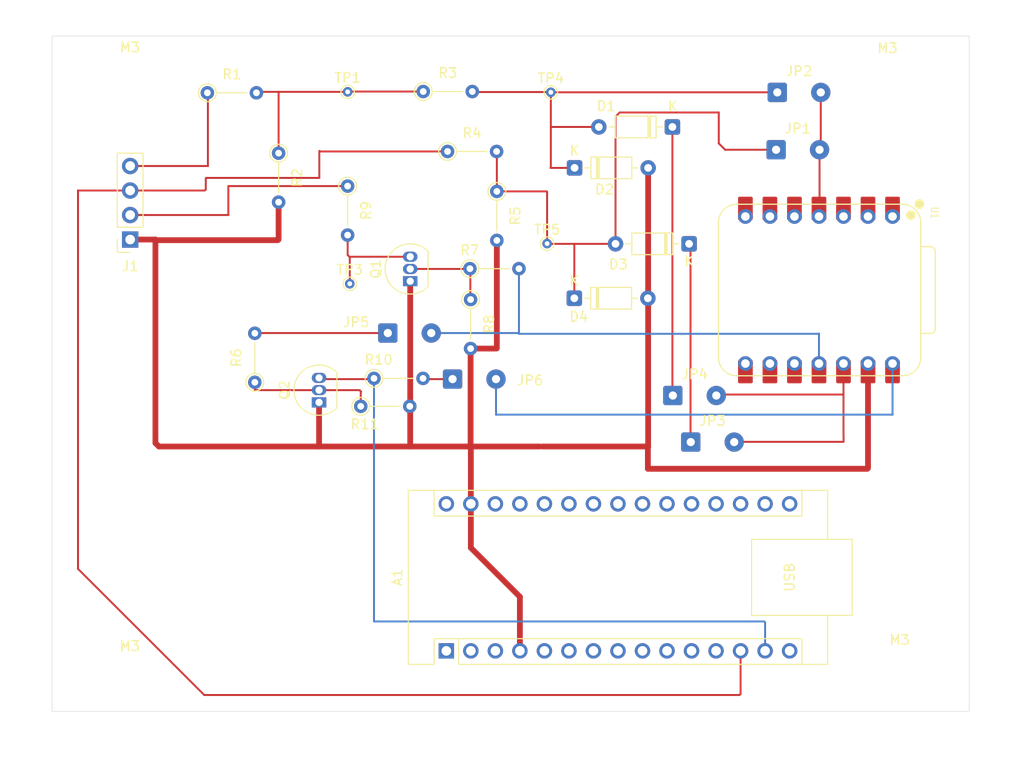
<source format=kicad_pcb>
(kicad_pcb (version 20241229) (generator "pcbnew") (generator_version "9.0")
  (layers (0 "F.Cu" signal) (2 "B.Cu" signal) (13 "F.Paste" user) (15 "B.Paste" user) (5 "F.SilkS" user "F.Silkscreen") (7 "B.SilkS" user "B.Silkscreen") (1 "F.Mask" user) (3 "B.Mask" user) (25 "Edge.Cuts" user))
  (net 0 "")
  (net 1 "Net-(D1-K)")
  (net 3 "/SEND_BUS_TO_Aruduino_nano")
  (net 5 "/SIG_FOR_CN1_1")
  (net 7 "/SIG_FOR_Arduino_nano")
  (net 10 "Net-(D3-A)")
  (net 11 "GND")
  (net 15 "/MOS_DRAIN")
  (net 16 "/MOS_GATE")
  (net 21 "Net-(D3-K)")
  (net 30 "/SEND_BUS_OUT_FOR_CN2_2")
  (net 53 "/SIG_DIV")
  (net 54 "/MCU_TX_TRIG")
  (net 56 "Net-(Q2-G)")
  (net 57 "Net-(JP6-A)")
  (net 58 "Net-(JP6-B)")
  (net 59 "Net-(JP5-A)")
  (net 61 "Net-(JP3-B)")
  (net 62 "/MCU_RX")
  (net 63 "/MUC_RX")
  (footprint "Diode_THT:D_DO-35_SOD27_P7.62mm_Horizontal" (layer "F.Cu") (at 84.1248 43.6626)
    (property "Reference" "D2" (at 3.0952 2.2374 0) (layer "F.SilkS"))
    (property "Value" "BAT43")
    (fp_line (start 1.04 0) (end 1.69 0) (stroke (width 0.12)) (layer "F.SilkS"))
    (fp_line (start 2.29 -1.12) (end 2.29 1.12) (stroke (width 0.12)) (layer "F.SilkS"))
    (fp_line (start 2.41 -1.12) (end 2.41 1.12) (stroke (width 0.12)) (layer "F.SilkS"))
    (fp_line (start 2.53 -1.12) (end 2.53 1.12) (stroke (width 0.12)) (layer "F.SilkS"))
    (fp_line (start 6.58 0) (end 5.93 0) (stroke (width 0.12)) (layer "F.SilkS"))
    (fp_rect (start 1.69 -1.12) (end 5.93 1.12) (stroke (width 0.12)) (fill no) (layer "F.SilkS"))
    (fp_text user "K" (at 0 -1.8 0) (layer "F.SilkS"))
    (pad "1" thru_hole roundrect (at 0 0) (size 1.6 1.6) (drill 0.8) (layers "*.Cu" "*.Mask") (roundrect_rratio 0.15625) (net 63 "/MUC_RX"))
    (pad "2" thru_hole circle (at 7.62 0) (size 1.6 1.6) (drill 0.8) (layers "*.Cu" "*.Mask") (net 11 "GND"))
  )
  (footprint "Diode_THT:D_DO-35_SOD27_P7.62mm_Horizontal" (layer "F.Cu") (at 95.9866 51.5366 180)
    (property "Reference" "D3" (at 7.3266 -2.1334 0) (layer "F.SilkS"))
    (property "Value" "BAT43")
    (fp_line (start 6.58 0) (end 5.93 0) (stroke (width 0.12)) (layer "F.SilkS"))
    (fp_line (start 2.53 -1.12) (end 2.53 1.12) (stroke (width 0.12)) (layer "F.SilkS"))
    (fp_line (start 2.41 -1.12) (end 2.41 1.12) (stroke (width 0.12)) (layer "F.SilkS"))
    (fp_line (start 2.29 -1.12) (end 2.29 1.12) (stroke (width 0.12)) (layer "F.SilkS"))
    (fp_line (start 1.04 0) (end 1.69 0) (stroke (width 0.12)) (layer "F.SilkS"))
    (fp_rect (start 1.69 -1.12) (end 5.93 1.12) (stroke (width 0.12)) (fill no) (layer "F.SilkS"))
    (fp_text user "K" (at 0 -1.8 0) (layer "F.SilkS"))
    (pad "1" thru_hole roundrect (at 0 0 180) (size 1.6 1.6) (drill 0.8) (layers "*.Cu" "*.Mask") (roundrect_rratio 0.15625) (net 21 "Net-(D3-K)"))
    (pad "2" thru_hole circle (at 7.62 0 180) (size 1.6 1.6) (drill 0.8) (layers "*.Cu" "*.Mask") (net 10 "Net-(D3-A)"))
  )
  (footprint "Resistor_THT:R_Axial_DIN0204_L3.6mm_D1.6mm_P5.08mm_Vertical" (layer "F.Cu") (at 60.6144 45.55045 -90)
    (property "Reference" "R9" (at 2.54 -1.92 90) (layer "F.SilkS"))
    (property "Value" "100R")
    (fp_line (start 0.92 0) (end 4.08 0) (stroke (width 0.12)) (layer "F.SilkS"))
    (fp_circle (center 0 0) (end 0.92 0) (stroke (width 0.12)) (fill no) (layer "F.SilkS"))
    (pad "1" thru_hole circle (at 0 0 270) (size 1.4 1.4) (drill 0.7) (layers "*.Cu" "*.Mask") (net 30 "/SEND_BUS_OUT_FOR_CN2_2"))
    (pad "2" thru_hole circle (at 5.08 0 270) (size 1.4 1.4) (drill 0.7) (layers "*.Cu" "*.Mask") (net 15 "/MOS_DRAIN"))
  )
  (footprint "MOUDLE-SEEEDUINO-XIAO-ESP32S3:XIAO-ESP32S3-DIP" (layer "F.Cu") (at 109.44 56.32235 -90)
    (property "Reference" "U1" (at -8 -12 270) (layer "F.SilkS") (effects (font (size 0.8 0.635) (thickness 0.1016))))
    (property "Value" "MOUDLE-SEEEDUINO-XIAO-ESP32S3")
    (fp_line (start -6.985 10.414) (end 6.985 10.414) (stroke (width 0.127)) (layer "F.SilkS"))
    (fp_line (start -8.89 8.509) (end -8.89 -8.636) (stroke (width 0.127)) (layer "F.SilkS"))
    (fp_line (start 8.89 8.509) (end 8.89 -8.636) (stroke (width 0.127)) (layer "F.SilkS"))
    (fp_line (start -4.495 -10.541) (end -4.491272 -11.551272) (stroke (width 0.127)) (layer "F.SilkS"))
    (fp_line (start 6.985 -10.541) (end -6.985 -10.541) (stroke (width 0.1)) (layer "F.SilkS"))
    (fp_line (start 6.985 -10.541) (end -6.985 -10.541) (stroke (width 0.127)) (layer "F.SilkS"))
    (fp_line (start 4.504 -11.551) (end 4.504 -10.541) (stroke (width 0.127)) (layer "F.SilkS"))
    (fp_line (start -3.991272 -12.051) (end 4.004 -12.051) (stroke (width 0.127)) (layer "F.SilkS"))
    (fp_arc (start -6.985 10.414) (mid -8.332038 9.856038) (end -8.89 8.509) (stroke (width 0.127)) (layer "F.SilkS"))
    (fp_arc (start 8.89 8.509) (mid 8.332038 9.856038) (end 6.985 10.414) (stroke (width 0.127)) (layer "F.SilkS"))
    (fp_arc (start -8.89 -8.636) (mid -8.332038 -9.983038) (end -6.985 -10.541) (stroke (width 0.127)) (layer "F.SilkS"))
    (fp_arc (start 6.985 -10.541) (mid 8.332038 -9.983038) (end 8.89 -8.636) (stroke (width 0.127)) (layer "F.SilkS"))
    (fp_arc (start -4.491272 -11.551272) (mid -4.344728 -11.90464) (end -3.991272 -12.051) (stroke (width 0.127)) (layer "F.SilkS"))
    (fp_arc (start 4.004 -12.051) (mid 4.357553 -11.904553) (end 4.504 -11.551) (stroke (width 0.127)) (layer "F.SilkS"))
    (fp_circle (center -7.761 -9.52) (end -7.761 -9.774) (stroke (width 0.5)) (fill yes) (layer "F.SilkS"))
    (fp_circle (center -8.904 -10.4) (end -8.904 -10.654) (stroke (width 0.5)) (fill yes) (layer "F.SilkS"))
    (pad "1" smd roundrect (at -8.455 -7.62 90) (size 2.432 1.524) (layers "F.Cu" "F.Mask") (roundrect_rratio 0.1))
    (pad "1" thru_hole circle (at -7.62 -7.62 90) (size 1.524 1.524) (drill 0.889) (layers "*.Cu" "*.Mask"))
    (pad "2" smd roundrect (at -8.455 -5.08 90) (size 2.432 1.524) (layers "F.Cu" "F.Mask") (roundrect_rratio 0.1))
    (pad "2" thru_hole circle (at -7.62 -5.08 90) (size 1.524 1.524) (drill 0.889) (layers "*.Cu" "*.Mask"))
    (pad "3" smd roundrect (at -8.455 -2.54 90) (size 2.432 1.524) (layers "F.Cu" "F.Mask") (roundrect_rratio 0.1))
    (pad "3" thru_hole circle (at -7.62 -2.54 90) (size 1.524 1.524) (drill 0.889) (layers "*.Cu" "*.Mask"))
    (pad "4" smd roundrect (at -8.455 0 90) (size 2.432 1.524) (layers "F.Cu" "F.Mask") (roundrect_rratio 0.1) (net 62 "/MCU_RX"))
    (pad "4" thru_hole circle (at -7.62 0 90) (size 1.524 1.524) (drill 0.889) (layers "*.Cu" "*.Mask") (net 62 "/MCU_RX"))
    (pad "5" smd roundrect (at -8.455 2.54 90) (size 2.432 1.524) (layers "F.Cu" "F.Mask") (roundrect_rratio 0.1))
    (pad "5" thru_hole circle (at -7.62 2.54 90) (size 1.524 1.524) (drill 0.889) (layers "*.Cu" "*.Mask"))
    (pad "6" smd roundrect (at -8.455 5.08 90) (size 2.432 1.524) (layers "F.Cu" "F.Mask") (roundrect_rratio 0.1))
    (pad "6" thru_hole circle (at -7.62 5.08 90) (size 1.524 1.524) (drill 0.889) (layers "*.Cu" "*.Mask"))
    (pad "7" smd roundrect (at -8.455 7.62 90) (size 2.432 1.524) (layers "F.Cu" "F.Mask") (roundrect_rratio 0.1))
    (pad "7" thru_hole circle (at -7.62 7.62 90) (size 1.524 1.524) (drill 0.889) (layers "*.Cu" "*.Mask"))
    (pad "8" thru_hole circle (at 7.62 7.62 270) (size 1.524 1.524) (drill 0.889) (layers "*.Cu" "*.Mask"))
    (pad "8" smd roundrect (at 8.455 7.62 270) (size 2.432 1.524) (layers "F.Cu" "F.Mask") (roundrect_rratio 0.1))
    (pad "9" thru_hole circle (at 7.62 5.08 270) (size 1.524 1.524) (drill 0.889) (layers "*.Cu" "*.Mask"))
    (pad "9" smd roundrect (at 8.455 5.08 270) (size 2.432 1.524) (layers "F.Cu" "F.Mask") (roundrect_rratio 0.1))
    (pad "10" thru_hole circle (at 7.62 2.54 270) (size 1.524 1.524) (drill 0.889) (layers "*.Cu" "*.Mask"))
    (pad "10" smd roundrect (at 8.455 2.54 270) (size 2.432 1.524) (layers "F.Cu" "F.Mask") (roundrect_rratio 0.1))
    (pad "11" thru_hole circle (at 7.62 0 270) (size 1.524 1.524) (drill 0.889) (layers "*.Cu" "*.Mask") (net 54 "/MCU_TX_TRIG"))
    (pad "11" smd roundrect (at 8.455 0 270) (size 2.432 1.524) (layers "F.Cu" "F.Mask") (roundrect_rratio 0.1) (net 54 "/MCU_TX_TRIG"))
    (pad "12" thru_hole circle (at 7.62 -2.54 270) (size 1.524 1.524) (drill 0.889) (layers "*.Cu" "*.Mask") (net 61 "Net-(JP3-B)"))
    (pad "12" smd roundrect (at 8.455 -2.54 270) (size 2.432 1.524) (layers "F.Cu" "F.Mask") (roundrect_rratio 0.1) (net 61 "Net-(JP3-B)"))
    (pad "13" thru_hole circle (at 7.62 -5.08 270) (size 1.524 1.524) (drill 0.889) (layers "*.Cu" "*.Mask") (net 11 "GND"))
    (pad "13" smd roundrect (at 8.455 -5.08 270) (size 2.432 1.524) (layers "F.Cu" "F.Mask") (roundrect_rratio 0.1) (net 11 "GND"))
    (pad "14" thru_hole circle (at 7.62 -7.62 270) (size 1.524 1.524) (drill 0.889) (layers "*.Cu" "*.Mask") (net 58 "Net-(JP6-B)"))
    (pad "14" smd roundrect (at 8.455 -7.62 270) (size 2.432 1.524) (layers "F.Cu" "F.Mask") (roundrect_rratio 0.1) (net 58 "Net-(JP6-B)"))
  )
  (footprint "Resistor_THT:R_Axial_DIN0204_L3.6mm_D1.6mm_P5.08mm_Vertical" (layer "F.Cu") (at 68.45 35.75)
    (property "Reference" "R3" (at 2.54 -1.92 0) (layer "F.SilkS"))
    (property "Value" "2k2")
    (fp_line (start 0.92 0) (end 4.08 0) (stroke (width 0.12)) (layer "F.SilkS"))
    (fp_circle (center 0 0) (end 0.92 0) (stroke (width 0.12)) (fill no) (layer "F.SilkS"))
    (pad "1" thru_hole circle (at 0 0) (size 1.4 1.4) (drill 0.7) (layers "*.Cu" "*.Mask") (net 53 "/SIG_DIV"))
    (pad "2" thru_hole circle (at 5.08 0) (size 1.4 1.4) (drill 0.7) (layers "*.Cu" "*.Mask") (net 63 "/MUC_RX"))
  )
  (footprint "TestPoint:TestPoint_THTPad_D1.0mm_Drill0.5mm" (layer "F.Cu") (at 60.62 35.78)
    (property "Reference" "TP1" (at 0 -1.448 0) (layer "F.SilkS"))
    (property "Value" "TestPoint")
    (fp_circle (center 0 0) (end 0 0.7) (stroke (width 0.12)) (fill no) (layer "F.SilkS"))
    (pad "1" thru_hole circle (at 0 0) (size 1 1) (drill 0.5) (layers "*.Cu" "*.Mask") (net 53 "/SIG_DIV"))
  )
  (footprint "Diode_THT:D_DO-35_SOD27_P7.62mm_Horizontal" (layer "F.Cu") (at 84.0994 57.1754)
    (property "Reference" "D4" (at 0.4606 1.9246 0) (layer "F.SilkS"))
    (property "Value" "BAT43")
    (fp_line (start 1.04 0) (end 1.69 0) (stroke (width 0.12)) (layer "F.SilkS"))
    (fp_line (start 2.29 -1.12) (end 2.29 1.12) (stroke (width 0.12)) (layer "F.SilkS"))
    (fp_line (start 2.41 -1.12) (end 2.41 1.12) (stroke (width 0.12)) (layer "F.SilkS"))
    (fp_line (start 2.53 -1.12) (end 2.53 1.12) (stroke (width 0.12)) (layer "F.SilkS"))
    (fp_line (start 6.58 0) (end 5.93 0) (stroke (width 0.12)) (layer "F.SilkS"))
    (fp_rect (start 1.69 -1.12) (end 5.93 1.12) (stroke (width 0.12)) (fill no) (layer "F.SilkS"))
    (fp_text user "K" (at 0 -1.8 0) (layer "F.SilkS"))
    (pad "1" thru_hole roundrect (at 0 0) (size 1.6 1.6) (drill 0.8) (layers "*.Cu" "*.Mask") (roundrect_rratio 0.15625) (net 10 "Net-(D3-A)"))
    (pad "2" thru_hole circle (at 7.62 0) (size 1.6 1.6) (drill 0.8) (layers "*.Cu" "*.Mask") (net 11 "GND"))
  )
  (footprint "Connector_Wire:SolderWire-0.25sqmm_1x02_P4.5mm_D0.65mm_OD2mm" (layer "F.Cu") (at 96.1602 72.0852)
    (property "Reference" "JP3" (at 2.25 -2.2 0) (layer "F.SilkS"))
    (property "Value" "Jumper_2_Open")
    (pad "1" thru_hole roundrect (at 0 0) (size 2 2) (drill 0.85) (layers "*.Cu" "*.Mask") (roundrect_rratio 0.125) (net 21 "Net-(D3-K)"))
    (pad "2" thru_hole circle (at 4.5 0) (size 2 2) (drill 0.85) (layers "*.Cu" "*.Mask") (net 61 "Net-(JP3-B)"))
  )
  (footprint "Resistor_THT:R_Axial_DIN0204_L3.6mm_D1.6mm_P5.08mm_Vertical" (layer "F.Cu") (at 70.9668 41.9608)
    (property "Reference" "R4" (at 2.54 -1.92 0) (layer "F.SilkS"))
    (property "Value" "22k")
    (fp_line (start 0.92 0) (end 4.08 0) (stroke (width 0.12)) (layer "F.SilkS"))
    (fp_circle (center 0 0) (end 0.92 0) (stroke (width 0.12)) (fill no) (layer "F.SilkS"))
    (pad "1" thru_hole circle (at 0 0) (size 1.4 1.4) (drill 0.7) (layers "*.Cu" "*.Mask") (net 7 "/SIG_FOR_Arduino_nano"))
    (pad "2" thru_hole circle (at 5.08 0) (size 1.4 1.4) (drill 0.7) (layers "*.Cu" "*.Mask") (net 10 "Net-(D3-A)"))
  )
  (footprint "Resistor_THT:R_Axial_DIN0204_L3.6mm_D1.6mm_P5.08mm_Vertical" (layer "F.Cu") (at 73.2844 54.11045)
    (property "Reference" "R7" (at -0.0308 -1.91345 0) (layer "F.SilkS"))
    (property "Value" "220R")
    (fp_line (start 0.92 0) (end 4.08 0) (stroke (width 0.12)) (layer "F.SilkS"))
    (fp_circle (center 0 0) (end 0.92 0) (stroke (width 0.12)) (fill no) (layer "F.SilkS"))
    (pad "1" thru_hole circle (at 0 0) (size 1.4 1.4) (drill 0.7) (layers "*.Cu" "*.Mask") (net 16 "/MOS_GATE"))
    (pad "2" thru_hole circle (at 5.08 0) (size 1.4 1.4) (drill 0.7) (layers "*.Cu" "*.Mask") (net 54 "/MCU_TX_TRIG"))
  )
  (footprint "TestPoint:TestPoint_THTPad_D1.0mm_Drill0.5mm" (layer "F.Cu") (at 81.28 51.5112)
    (property "Reference" "TP5" (at 0 -1.448 0) (layer "F.SilkS"))
    (property "Value" "TestPoint")
    (fp_circle (center 0 0) (end 0 0.7) (stroke (width 0.12)) (fill no) (layer "F.SilkS"))
    (pad "1" thru_hole circle (at 0 0) (size 1 1) (drill 0.5) (layers "*.Cu" "*.Mask") (net 10 "Net-(D3-A)"))
  )
  (footprint "Resistor_THT:R_Axial_DIN0204_L3.6mm_D1.6mm_P5.08mm_Vertical" (layer "F.Cu") (at 73.3544 57.31045 -90)
    (property "Reference" "R8" (at 2.54 -1.92 90) (layer "F.SilkS"))
    (property "Value" "100k")
    (fp_line (start 0.92 0) (end 4.08 0) (stroke (width 0.12)) (layer "F.SilkS"))
    (fp_circle (center 0 0) (end 0.92 0) (stroke (width 0.12)) (fill no) (layer "F.SilkS"))
    (pad "1" thru_hole circle (at 0 0 270) (size 1.4 1.4) (drill 0.7) (layers "*.Cu" "*.Mask") (net 16 "/MOS_GATE"))
    (pad "2" thru_hole circle (at 5.08 0 270) (size 1.4 1.4) (drill 0.7) (layers "*.Cu" "*.Mask") (net 11 "GND"))
  )
  (footprint "Resistor_THT:R_Axial_DIN0204_L3.6mm_D1.6mm_P5.08mm_Vertical" (layer "F.Cu") (at 51.0032 65.8884 90)
    (property "Reference" "R6" (at 2.54 -1.92 90) (layer "F.SilkS"))
    (property "Value" "220R")
    (fp_line (start 0.92 0) (end 4.08 0) (stroke (width 0.12)) (layer "F.SilkS"))
    (fp_circle (center 0 0) (end 0.92 0) (stroke (width 0.12)) (fill no) (layer "F.SilkS"))
    (pad "1" thru_hole circle (at 0 0 90) (size 1.4 1.4) (drill 0.7) (layers "*.Cu" "*.Mask") (net 56 "Net-(Q2-G)"))
    (pad "2" thru_hole circle (at 5.08 0 90) (size 1.4 1.4) (drill 0.7) (layers "*.Cu" "*.Mask") (net 59 "Net-(JP5-A)"))
  )
  (footprint "TestPoint:TestPoint_THTPad_D1.0mm_Drill0.5mm" (layer "F.Cu") (at 60.8398 55.6712)
    (property "Reference" "TP3" (at 0 -1.448 0) (layer "F.SilkS"))
    (property "Value" "TestPoint")
    (fp_circle (center 0 0) (end 0 0.7) (stroke (width 0.12)) (fill no) (layer "F.SilkS"))
    (pad "1" thru_hole circle (at 0 0) (size 1 1) (drill 0.5) (layers "*.Cu" "*.Mask") (net 15 "/MOS_DRAIN"))
  )
  (footprint "Connector_Wire:SolderWire-0.25sqmm_1x02_P4.5mm_D0.65mm_OD2mm" (layer "F.Cu") (at 94.306 67.2592)
    (property "Reference" "JP4" (at 2.25 -2.2 0) (layer "F.SilkS"))
    (property "Value" "Jumper_2_Open")
    (pad "1" thru_hole roundrect (at 0 0) (size 2 2) (drill 0.85) (layers "*.Cu" "*.Mask") (roundrect_rratio 0.125) (net 1 "Net-(D1-K)"))
    (pad "2" thru_hole circle (at 4.5 0) (size 2 2) (drill 0.85) (layers "*.Cu" "*.Mask") (net 61 "Net-(JP3-B)"))
  )
  (footprint "TestPoint:TestPoint_THTPad_D1.0mm_Drill0.5mm" (layer "F.Cu") (at 81.6654 35.83075)
    (property "Reference" "TP4" (at 0 -1.448 0) (layer "F.SilkS"))
    (property "Value" "TestPoint")
    (fp_circle (center 0 0) (end 0 0.7) (stroke (width 0.12)) (fill no) (layer "F.SilkS"))
    (pad "1" thru_hole circle (at 0 0) (size 1 1) (drill 0.5) (layers "*.Cu" "*.Mask") (net 63 "/MUC_RX"))
  )
  (footprint "Resistor_THT:R_Axial_DIN0204_L3.6mm_D1.6mm_P5.08mm_Vertical" (layer "F.Cu") (at 63.3468 65.4812)
    (property "Reference" "R10" (at 0.4832 -1.9412 0) (layer "F.SilkS"))
    (property "Value" "4k7")
    (fp_line (start 0.92 0) (end 4.08 0) (stroke (width 0.12)) (layer "F.SilkS"))
    (fp_circle (center 0 0) (end 0.92 0) (stroke (width 0.12)) (fill no) (layer "F.SilkS"))
    (pad "1" thru_hole circle (at 0 0) (size 1.4 1.4) (drill 0.7) (layers "*.Cu" "*.Mask") (net 3 "/SEND_BUS_TO_Aruduino_nano"))
    (pad "2" thru_hole circle (at 5.08 0) (size 1.4 1.4) (drill 0.7) (layers "*.Cu" "*.Mask") (net 57 "Net-(JP6-A)"))
  )
  (footprint "Diode_THT:D_DO-35_SOD27_P7.62mm_Horizontal" (layer "F.Cu") (at 94.2594 39.4208 180)
    (property "Reference" "D1" (at 6.858 2.159 0) (layer "F.SilkS"))
    (property "Value" "BAT43")
    (fp_line (start 6.58 0) (end 5.93 0) (stroke (width 0.12)) (layer "F.SilkS"))
    (fp_line (start 2.53 -1.12) (end 2.53 1.12) (stroke (width 0.12)) (layer "F.SilkS"))
    (fp_line (start 2.41 -1.12) (end 2.41 1.12) (stroke (width 0.12)) (layer "F.SilkS"))
    (fp_line (start 2.29 -1.12) (end 2.29 1.12) (stroke (width 0.12)) (layer "F.SilkS"))
    (fp_line (start 1.04 0) (end 1.69 0) (stroke (width 0.12)) (layer "F.SilkS"))
    (fp_rect (start 1.69 -1.12) (end 5.93 1.12) (stroke (width 0.12)) (fill no) (layer "F.SilkS"))
    (fp_text user "K" (at -0.034 2.11875 0) (layer "F.SilkS"))
    (pad "1" thru_hole roundrect (at 0 0 180) (size 1.6 1.6) (drill 0.8) (layers "*.Cu" "*.Mask") (roundrect_rratio 0.15625) (net 1 "Net-(D1-K)"))
    (pad "2" thru_hole circle (at 7.62 0 180) (size 1.6 1.6) (drill 0.8) (layers "*.Cu" "*.Mask") (net 63 "/MUC_RX"))
  )
  (footprint "Connector_Wire:SolderWire-0.25sqmm_1x02_P4.5mm_D0.65mm_OD2mm" (layer "F.Cu") (at 64.7806 60.7822)
    (property "Reference" "JP5" (at -3.2724 -1.1176 0) (layer "F.SilkS"))
    (property "Value" "Jumper_2_Open")
    (pad "1" thru_hole roundrect (at 0 0) (size 2 2) (drill 0.85) (layers "*.Cu" "*.Mask") (roundrect_rratio 0.125) (net 59 "Net-(JP5-A)"))
    (pad "2" thru_hole circle (at 4.5 0) (size 2 2) (drill 0.85) (layers "*.Cu" "*.Mask") (net 54 "/MCU_TX_TRIG"))
  )
  (footprint "Module:Arduino_Nano_WithMountingHoles" (layer "F.Cu") (at 70.8406 93.726 90)
    (property "Reference" "A1" (at 7.62 -5.08 90) (layer "F.SilkS"))
    (property "Value" "Arduino_Nano_Every")
    (fp_line (start 16.64 -3.94) (end -1.4 -3.94) (stroke (width 0.12)) (layer "F.SilkS"))
    (fp_line (start -1.4 -3.94) (end -1.4 -1.27) (stroke (width 0.12)) (layer "F.SilkS"))
    (fp_line (start 13.97 -1.27) (end 16.64 -1.27) (stroke (width 0.12)) (layer "F.SilkS"))
    (fp_line (start 13.97 -1.27) (end 13.97 36.83) (stroke (width 0.12)) (layer "F.SilkS"))
    (fp_line (start 1.27 -1.27) (end -1.4 -1.27) (stroke (width 0.12)) (layer "F.SilkS"))
    (fp_line (start 1.27 1.27) (end 1.27 -1.27) (stroke (width 0.12)) (layer "F.SilkS"))
    (fp_line (start 1.27 1.27) (end -1.4 1.27) (stroke (width 0.12)) (layer "F.SilkS"))
    (fp_line (start 1.27 1.27) (end 1.27 36.83) (stroke (width 0.12)) (layer "F.SilkS"))
    (fp_line (start -1.4 1.27) (end -1.4 39.5) (stroke (width 0.12)) (layer "F.SilkS"))
    (fp_line (start 11.56 31.62) (end 11.56 42.04) (stroke (width 0.12)) (layer "F.SilkS"))
    (fp_line (start 3.68 31.62) (end 11.56 31.62) (stroke (width 0.12)) (layer "F.SilkS"))
    (fp_line (start 13.97 36.83) (end 16.64 36.83) (stroke (width 0.12)) (layer "F.SilkS"))
    (fp_line (start 1.27 36.83) (end -1.4 36.83) (stroke (width 0.12)) (layer "F.SilkS"))
    (fp_line (start 16.64 39.5) (end 16.64 -3.94) (stroke (width 0.12)) (layer "F.SilkS"))
    (fp_line (start 16.64 39.5) (end 11.56 39.5) (stroke (width 0.12)) (layer "F.SilkS"))
    (fp_line (start -1.4 39.5) (end 3.68 39.5) (stroke (width 0.12)) (layer "F.SilkS"))
    (fp_line (start 11.56 42.04) (end 3.68 42.04) (stroke (width 0.12)) (layer "F.SilkS"))
    (fp_line (start 3.68 42.04) (end 3.68 31.62) (stroke (width 0.12)) (layer "F.SilkS"))
    (fp_text user "USB" (at 7.62 35.56 90) (layer "F.SilkS"))
    (pad "" np_thru_hole circle (at 0 -2.54 90) (size 1.78 1.78) (drill 1.78) (layers "*.Cu" "*.Mask"))
    (pad "" np_thru_hole circle (at 0 38.1 90) (size 1.78 1.78) (drill 1.78) (layers "*.Cu" "*.Mask"))
    (pad "" np_thru_hole circle (at 15.24 -2.54 90) (size 1.78 1.78) (drill 1.78) (layers "*.Cu" "*.Mask"))
    (pad "" np_thru_hole circle (at 15.24 38.1 90) (size 1.78 1.78) (drill 1.78) (layers "*.Cu" "*.Mask"))
    (pad "1" thru_hole rect (at 0 0 90) (size 1.6 1.6) (drill 1) (layers "*.Cu" "*.Mask"))
    (pad "2" thru_hole oval (at 0 2.54 90) (size 1.6 1.6) (drill 1) (layers "*.Cu" "*.Mask"))
    (pad "3" thru_hole oval (at 0 5.08 90) (size 1.6 1.6) (drill 1) (layers "*.Cu" "*.Mask"))
    (pad "4" thru_hole oval (at 0 7.62 90) (size 1.6 1.6) (drill 1) (layers "*.Cu" "*.Mask") (net 11 "GND"))
    (pad "5" thru_hole oval (at 0 10.16 90) (size 1.6 1.6) (drill 1) (layers "*.Cu" "*.Mask"))
    (pad "6" thru_hole oval (at 0 12.7 90) (size 1.6 1.6) (drill 1) (layers "*.Cu" "*.Mask"))
    (pad "7" thru_hole oval (at 0 15.24 90) (size 1.6 1.6) (drill 1) (layers "*.Cu" "*.Mask"))
    (pad "8" thru_hole oval (at 0 17.78 90) (size 1.6 1.6) (drill 1) (layers "*.Cu" "*.Mask"))
    (pad "9" thru_hole oval (at 0 20.32 90) (size 1.6 1.6) (drill 1) (layers "*.Cu" "*.Mask"))
    (pad "10" thru_hole oval (at 0 22.86 90) (size 1.6 1.6) (drill 1) (layers "*.Cu" "*.Mask"))
    (pad "11" thru_hole oval (at 0 25.4 90) (size 1.6 1.6) (drill 1) (layers "*.Cu" "*.Mask"))
    (pad "12" thru_hole oval (at 0 27.94 90) (size 1.6 1.6) (drill 1) (layers "*.Cu" "*.Mask"))
    (pad "13" thru_hole oval (at 0 30.48 90) (size 1.6 1.6) (drill 1) (layers "*.Cu" "*.Mask") (net 7 "/SIG_FOR_Arduino_nano"))
    (pad "14" thru_hole oval (at 0 33.02 90) (size 1.6 1.6) (drill 1) (layers "*.Cu" "*.Mask") (net 3 "/SEND_BUS_TO_Aruduino_nano"))
    (pad "15" thru_hole oval (at 0 35.56 90) (size 1.6 1.6) (drill 1) (layers "*.Cu" "*.Mask"))
    (pad "16" thru_hole oval (at 15.24 35.56 90) (size 1.6 1.6) (drill 1) (layers "*.Cu" "*.Mask"))
    (pad "17" thru_hole oval (at 15.24 33.02 90) (size 1.6 1.6) (drill 1) (layers "*.Cu" "*.Mask"))
    (pad "18" thru_hole oval (at 15.24 30.48 90) (size 1.6 1.6) (drill 1) (layers "*.Cu" "*.Mask"))
    (pad "19" thru_hole oval (at 15.24 27.94 90) (size 1.6 1.6) (drill 1) (layers "*.Cu" "*.Mask"))
    (pad "20" thru_hole oval (at 15.24 25.4 90) (size 1.6 1.6) (drill 1) (layers "*.Cu" "*.Mask"))
    (pad "21" thru_hole oval (at 15.24 22.86 90) (size 1.6 1.6) (drill 1) (layers "*.Cu" "*.Mask"))
    (pad "22" thru_hole oval (at 15.24 20.32 90) (size 1.6 1.6) (drill 1) (layers "*.Cu" "*.Mask"))
    (pad "23" thru_hole oval (at 15.24 17.78 90) (size 1.6 1.6) (drill 1) (layers "*.Cu" "*.Mask"))
    (pad "24" thru_hole oval (at 15.24 15.24 90) (size 1.6 1.6) (drill 1) (layers "*.Cu" "*.Mask"))
    (pad "25" thru_hole oval (at 15.24 12.7 90) (size 1.6 1.6) (drill 1) (layers "*.Cu" "*.Mask"))
    (pad "26" thru_hole oval (at 15.24 10.16 90) (size 1.6 1.6) (drill 1) (layers "*.Cu" "*.Mask"))
    (pad "27" thru_hole oval (at 15.24 7.62 90) (size 1.6 1.6) (drill 1) (layers "*.Cu" "*.Mask"))
    (pad "28" thru_hole oval (at 15.24 5.08 90) (size 1.6 1.6) (drill 1) (layers "*.Cu" "*.Mask"))
    (pad "29" thru_hole oval (at 15.24 2.54 90) (size 1.6 1.6) (drill 1) (layers "*.Cu" "*.Mask") (net 11 "GND"))
    (pad "30" thru_hole oval (at 15.24 0 90) (size 1.6 1.6) (drill 1) (layers "*.Cu" "*.Mask"))
  )
  (footprint "MountingHole:MountingHole_3.2mm_M3" (layer "F.Cu") (at 121 34.1)
    (property "Reference" "M3" (at -4.46 -2.85 0) (layer "F.SilkS"))
    (property "Value" "MountingHole_3.2mm_M3")
    (pad "" np_thru_hole circle (at 0 0) (size 3.2 3.2) (drill 3.2) (layers "*.Cu" "*.Mask"))
  )
  (footprint "MountingHole:MountingHole_3.2mm_M3" (layer "F.Cu") (at 121.06 96.03)
    (property "Reference" "M3" (at -3.26 -3.44 0) (layer "F.SilkS"))
    (property "Value" "MountingHole_3.2mm_M3")
    (pad "" np_thru_hole circle (at 0 0) (size 3.2 3.2) (drill 3.2) (layers "*.Cu" "*.Mask"))
  )
  (footprint "Connector_PinSocket_2.54mm:PinSocket_1x04_P2.54mm_Vertical" (layer "F.Cu") (at 38.0914 51.08995 180)
    (property "Reference" "J1" (at 0 -2.77 180) (layer "F.SilkS"))
    (property "Value" "Conn_01x04_Socket")
    (fp_line (start 1.33 1.27) (end 1.33 8.95) (stroke (width 0.12)) (layer "F.SilkS"))
    (fp_line (start 1.33 -1.33) (end 1.33 0) (stroke (width 0.12)) (layer "F.SilkS"))
    (fp_line (start 0 -1.33) (end 1.33 -1.33) (stroke (width 0.12)) (layer "F.SilkS"))
    (fp_line (start -1.33 8.95) (end 1.33 8.95) (stroke (width 0.12)) (layer "F.SilkS"))
    (fp_line (start -1.33 1.27) (end 1.33 1.27) (stroke (width 0.12)) (layer "F.SilkS"))
    (fp_line (start -1.33 1.27) (end -1.33 8.95) (stroke (width 0.12)) (layer "F.SilkS"))
    (pad "1" thru_hole rect (at 0 0 180) (size 1.7 1.7) (drill 1) (layers "*.Cu" "*.Mask") (net 11 "GND"))
    (pad "2" thru_hole circle (at 0 2.54 180) (size 1.7 1.7) (drill 1) (layers "*.Cu" "*.Mask") (net 30 "/SEND_BUS_OUT_FOR_CN2_2"))
    (pad "3" thru_hole circle (at 0 5.08 180) (size 1.7 1.7) (drill 1) (layers "*.Cu" "*.Mask") (net 7 "/SIG_FOR_Arduino_nano"))
    (pad "4" thru_hole circle (at 0 7.62 180) (size 1.7 1.7) (drill 1) (layers "*.Cu" "*.Mask") (net 5 "/SIG_FOR_CN1_1"))
  )
  (footprint "Connector_Wire:SolderWire-0.25sqmm_1x02_P4.5mm_D0.65mm_OD2mm" (layer "F.Cu") (at 71.4862 65.5574)
    (property "Reference" "JP6" (at 8.0412 0.127 0) (layer "F.SilkS"))
    (property "Value" "Jumper_2_Open")
    (pad "1" thru_hole roundrect (at 0 0) (size 2 2) (drill 0.85) (layers "*.Cu" "*.Mask") (roundrect_rratio 0.125) (net 57 "Net-(JP6-A)"))
    (pad "2" thru_hole circle (at 4.5 0) (size 2 2) (drill 0.85) (layers "*.Cu" "*.Mask") (net 58 "Net-(JP6-B)"))
  )
  (footprint "MountingHole:MountingHole_3.2mm_M3" (layer "F.Cu") (at 34.1 33.9)
    (property "Reference" "M3" (at 3.97 -2.73 0) (layer "F.SilkS"))
    (property "Value" "MountingHole_3.2mm_M3")
    (pad "" np_thru_hole circle (at 0 0) (size 3.2 3.2) (drill 3.2) (layers "*.Cu" "*.Mask"))
  )
  (footprint "MountingHole:MountingHole_3.2mm_M3" (layer "F.Cu") (at 34.09 95.97)
    (property "Reference" "M3" (at 3.97 -2.73 0) (layer "F.SilkS"))
    (property "Value" "MountingHole_3.2mm_M3")
    (pad "" np_thru_hole circle (at 0 0) (size 3.2 3.2) (drill 3.2) (layers "*.Cu" "*.Mask"))
  )
  (footprint "Resistor_THT:R_Axial_DIN0204_L3.6mm_D1.6mm_P5.08mm_Vertical" (layer "F.Cu") (at 61.976 68.3768)
    (property "Reference" "R11" (at 0.404 1.8632 0) (layer "F.SilkS"))
    (property "Value" "100k")
    (fp_line (start 0.92 0) (end 4.08 0) (stroke (width 0.12)) (layer "F.SilkS"))
    (fp_circle (center 0 0) (end 0.92 0) (stroke (width 0.12)) (fill no) (layer "F.SilkS"))
    (pad "1" thru_hole circle (at 0 0) (size 1.4 1.4) (drill 0.7) (layers "*.Cu" "*.Mask") (net 56 "Net-(Q2-G)"))
    (pad "2" thru_hole circle (at 5.08 0) (size 1.4 1.4) (drill 0.7) (layers "*.Cu" "*.Mask") (net 11 "GND"))
  )
  (footprint "Resistor_THT:R_Axial_DIN0204_L3.6mm_D1.6mm_P5.08mm_Vertical" (layer "F.Cu") (at 76.073 46.1002 -90)
    (property "Reference" "R5" (at 2.54 -1.92 90) (layer "F.SilkS"))
    (property "Value" "33k")
    (fp_line (start 0.92 0) (end 4.08 0) (stroke (width 0.12)) (layer "F.SilkS"))
    (fp_circle (center 0 0) (end 0.92 0) (stroke (width 0.12)) (fill no) (layer "F.SilkS"))
    (pad "1" thru_hole circle (at 0 0 270) (size 1.4 1.4) (drill 0.7) (layers "*.Cu" "*.Mask") (net 10 "Net-(D3-A)"))
    (pad "2" thru_hole circle (at 5.08 0 270) (size 1.4 1.4) (drill 0.7) (layers "*.Cu" "*.Mask") (net 11 "GND"))
  )
  (footprint "Resistor_THT:R_Axial_DIN0204_L3.6mm_D1.6mm_P5.08mm_Vertical" (layer "F.Cu") (at 46.09 35.88)
    (property "Reference" "R1" (at 2.54 -1.92 0) (layer "F.SilkS"))
    (property "Value" "22k")
    (fp_line (start 0.92 0) (end 4.08 0) (stroke (width 0.12)) (layer "F.SilkS"))
    (fp_circle (center 0 0) (end 0.92 0) (stroke (width 0.12)) (fill no) (layer "F.SilkS"))
    (pad "1" thru_hole circle (at 0 0) (size 1.4 1.4) (drill 0.7) (layers "*.Cu" "*.Mask") (net 5 "/SIG_FOR_CN1_1"))
    (pad "2" thru_hole circle (at 5.08 0) (size 1.4 1.4) (drill 0.7) (layers "*.Cu" "*.Mask") (net 53 "/SIG_DIV"))
  )
  (footprint "Resistor_THT:R_Axial_DIN0204_L3.6mm_D1.6mm_P5.08mm_Vertical" (layer "F.Cu") (at 53.467 42.1378 -90)
    (property "Reference" "R2" (at 2.54 -1.92 90) (layer "F.SilkS"))
    (property "Value" "3k3")
    (fp_line (start 0.92 0) (end 4.08 0) (stroke (width 0.12)) (layer "F.SilkS"))
    (fp_circle (center 0 0) (end 0.92 0) (stroke (width 0.12)) (fill no) (layer "F.SilkS"))
    (pad "1" thru_hole circle (at 0 0 270) (size 1.4 1.4) (drill 0.7) (layers "*.Cu" "*.Mask") (net 53 "/SIG_DIV"))
    (pad "2" thru_hole circle (at 5.08 0 270) (size 1.4 1.4) (drill 0.7) (layers "*.Cu" "*.Mask") (net 11 "GND"))
  )
  (footprint "Package_TO_SOT_THT:TO-92_Inline" (layer "F.Cu") (at 67.0998 55.4112 90)
    (property "Reference" "Q1" (at 1.27 -3.56 90) (layer "F.SilkS"))
    (property "Value" "2N7000")
    (fp_line (start -0.53 1.85) (end 3.07 1.85) (stroke (width 0.12)) (layer "F.SilkS"))
    (fp_arc (start 1.27 -2.6) (mid 3.672087 -0.994977) (end 3.108478 1.838478) (stroke (width 0.12)) (layer "F.SilkS"))
    (fp_arc (start -0.568478 1.838478) (mid -1.132087 -0.994977) (end 1.27 -2.6) (stroke (width 0.12)) (layer "F.SilkS"))
    (pad "1" thru_hole rect (at 0 0 90) (size 1.05 1.5) (drill 0.75) (layers "*.Cu" "*.Mask") (net 11 "GND"))
    (pad "2" thru_hole oval (at 1.27 0 90) (size 1.05 1.5) (drill 0.75) (layers "*.Cu" "*.Mask") (net 16 "/MOS_GATE"))
    (pad "3" thru_hole oval (at 2.54 0 90) (size 1.05 1.5) (drill 0.75) (layers "*.Cu" "*.Mask") (net 15 "/MOS_DRAIN"))
  )
  (footprint "Package_TO_SOT_THT:TO-92_Inline" (layer "F.Cu") (at 57.658 67.9704 90)
    (property "Reference" "Q2" (at 1.27 -3.56 90) (layer "F.SilkS"))
    (property "Value" "2N7000")
    (fp_line (start -0.53 1.85) (end 3.07 1.85) (stroke (width 0.12)) (layer "F.SilkS"))
    (fp_arc (start 1.27 -2.6) (mid 3.672087 -0.994977) (end 3.108478 1.838478) (stroke (width 0.12)) (layer "F.SilkS"))
    (fp_arc (start -0.568478 1.838478) (mid -1.132087 -0.994977) (end 1.27 -2.6) (stroke (width 0.12)) (layer "F.SilkS"))
    (pad "1" thru_hole rect (at 0 0 90) (size 1.05 1.5) (drill 0.75) (layers "*.Cu" "*.Mask") (net 11 "GND"))
    (pad "2" thru_hole oval (at 1.27 0 90) (size 1.05 1.5) (drill 0.75) (layers "*.Cu" "*.Mask") (net 56 "Net-(Q2-G)"))
    (pad "3" thru_hole oval (at 2.54 0 90) (size 1.05 1.5) (drill 0.75) (layers "*.Cu" "*.Mask") (net 3 "/SEND_BUS_TO_Aruduino_nano"))
  )
  (footprint "Connector_Wire:SolderWire-0.25sqmm_1x02_P4.5mm_D0.65mm_OD2mm" (layer "F.Cu") (at 104.9994 41.783)
    (property "Reference" "JP1" (at 2.25 -2.2 0) (layer "F.SilkS"))
    (property "Value" "Jumper_2_Open")
    (pad "1" thru_hole roundrect (at 0 0) (size 2 2) (drill 0.85) (layers "*.Cu" "*.Mask") (roundrect_rratio 0.125) (net 10 "Net-(D3-A)"))
    (pad "2" thru_hole circle (at 4.5 0) (size 2 2) (drill 0.85) (layers "*.Cu" "*.Mask") (net 62 "/MCU_RX"))
  )
  (footprint "Connector_Wire:SolderWire-0.25sqmm_1x02_P4.5mm_D0.65mm_OD2mm" (layer "F.Cu") (at 105.1264 35.8394)
    (property "Reference" "JP2" (at 2.25 -2.2 0) (layer "F.SilkS"))
    (property "Value" "Jumper_2_Open")
    (pad "1" thru_hole roundrect (at 0 0) (size 2 2) (drill 0.85) (layers "*.Cu" "*.Mask") (roundrect_rratio 0.125) (net 63 "/MUC_RX"))
    (pad "2" thru_hole circle (at 4.5 0) (size 2 2) (drill 0.85) (layers "*.Cu" "*.Mask") (net 62 "/MCU_RX"))
  )
  (gr_rect (start 30 30) (end 125 100) (stroke (width 0.05)) (fill no) (layer "Edge.Cuts"))
  (segment (start 94.2594 39.4208) (end 94.2594 67.0052) (width 0.2) (layer "F.Cu") (net 1))
  (segment (start 94.2594 67.0052) (end 94.107 67.1576) (width 0.2) (layer "F.Cu") (net 1))
  (segment (start 57.785 65.5574) (end 57.658 65.4304) (width 0.2) (layer "F.Cu") (net 3))
  (segment (start 63.5762 65.5574) (end 57.785 65.5574) (width 0.2) (layer "F.Cu") (net 3))
  (segment (start 63.3476 90.6526) (end 63.3476 89.7128) (width 0.2) (layer "B.Cu") (net 3))
  (segment (start 103.8606 90.7706) (end 103.768 90.678) (width 0.2) (layer "B.Cu") (net 3))
  (segment (start 63.3468 89.712) (end 63.3468 65.4812) (width 0.2) (layer "B.Cu") (net 3))
  (segment (start 63.373 90.678) (end 63.3476 90.6526) (width 0.2) (layer "B.Cu") (net 3))
  (segment (start 103.768 90.678) (end 63.373 90.678) (width 0.2) (layer "B.Cu") (net 3))
  (segment (start 103.8606 93.726) (end 103.8606 90.7706) (width 0.2) (layer "B.Cu") (net 3))
  (segment (start 63.3476 89.7128) (end 63.3468 89.712) (width 0.2) (layer "B.Cu") (net 3))
  (segment (start 46.1424 35.87535) (end 46.1424 43.46915) (width 0.2) (layer "F.Cu") (net 5))
  (segment (start 46.1424 43.46915) (end 46.1432 43.46995) (width 0.2) (layer "F.Cu") (net 5))
  (segment (start 46.1432 43.46995) (end 38.0914 43.46995) (width 0.2) (layer "F.Cu") (net 5))
  (segment (start 32.6898 46.00995) (end 38.0914 46.00995) (width 0.2) (layer "F.Cu") (net 7))
  (segment (start 32.6898 85.2298) (end 32.6898 46.00995) (width 0.2) (layer "F.Cu") (net 7))
  (segment (start 45.974 44.704) (end 45.9232 44.7548) (width 0.2) (layer "F.Cu") (net 7))
  (segment (start 45.9232 45.8978) (end 45.81105 46.00995) (width 0.2) (layer "F.Cu") (net 7))
  (segment (start 70.9668 41.9608) (end 57.7596 41.9608) (width 0.2) (layer "F.Cu") (net 7))
  (segment (start 45.9232 44.7548) (end 45.9232 45.8978) (width 0.2) (layer "F.Cu") (net 7))
  (segment (start 101.3206 93.726) (end 101.3206 98.1706) (width 0.2) (layer "F.Cu") (net 7))
  (segment (start 45.76 98.3) (end 32.6898 85.2298) (width 0.2) (layer "F.Cu") (net 7))
  (segment (start 57.6834 44.704) (end 45.974 44.704) (width 0.2) (layer "F.Cu") (net 7))
  (segment (start 57.6834 41.9354) (end 57.6834 44.704) (width 0.2) (layer "F.Cu") (net 7))
  (segment (start 101.21 98.3) (end 45.76 98.3) (width 0.2) (layer "F.Cu") (net 7))
  (segment (start 101.3206 98.1706) (end 101.33 98.18) (width 0.2) (layer "F.Cu") (net 7))
  (segment (start 45.81105 46.00995) (end 38.0914 46.00995) (width 0.2) (layer "F.Cu") (net 7))
  (segment (start 57.7596 41.9608) (end 57.7088 41.91) (width 0.2) (layer "F.Cu") (net 7))
  (segment (start 57.7088 41.91) (end 57.6834 41.9354) (width 0.2) (layer "F.Cu") (net 7))
  (segment (start 101.33 98.18) (end 101.21 98.3) (width 0.2) (layer "F.Cu") (net 7))
  (segment (start 84.0994 57.1754) (end 84.0994 51.562) (width 0.2) (layer "F.Cu") (net 10))
  (segment (start 76.073 41.987) (end 76.0468 41.9608) (width 0.2) (layer "F.Cu") (net 10))
  (segment (start 104.9994 41.783) (end 99.7204 41.783) (width 0.2) (layer "F.Cu") (net 10))
  (segment (start 88.3666 38.354) (end 88.3666 51.5366) (width 0.2) (layer "F.Cu") (net 10))
  (segment (start 76.073 46.1002) (end 76.073 41.987) (width 0.2) (layer "F.Cu") (net 10))
  (segment (start 88.7984 37.9222) (end 88.3666 38.354) (width 0.2) (layer "F.Cu") (net 10))
  (segment (start 81.2284 46.1002) (end 76.073 46.1002) (width 0.2) (layer "F.Cu") (net 10))
  (segment (start 99.06 37.9222) (end 88.7984 37.9222) (width 0.2) (layer "F.Cu") (net 10))
  (segment (start 84.1248 51.5366) (end 81.3054 51.5366) (width 0.2) (layer "F.Cu") (net 10))
  (segment (start 88.3666 51.5366) (end 84.1248 51.5366) (width 0.2) (layer "F.Cu") (net 10))
  (segment (start 84.0994 51.562) (end 84.1248 51.5366) (width 0.2) (layer "F.Cu") (net 10))
  (segment (start 81.28 51.5112) (end 81.28 46.1518) (width 0.2) (layer "F.Cu") (net 10))
  (segment (start 81.28 46.1518) (end 81.2284 46.1002) (width 0.2) (layer "F.Cu") (net 10))
  (segment (start 99.06 41.1226) (end 99.06 37.9222) (width 0.2) (layer "F.Cu") (net 10))
  (segment (start 81.3054 51.5366) (end 81.28 51.5112) (width 0.2) (layer "F.Cu") (net 10))
  (segment (start 99.7204 41.783) (end 99.06 41.1226) (width 0.2) (layer "F.Cu") (net 10))
  (segment (start 73.3806 83.0406) (end 78.4606 88.1206) (width 0.6) (layer "F.Cu") (net 11))
  (segment (start 73.3544 62.39045) (end 73.3544 72.5416) (width 0.6) (layer "F.Cu") (net 11))
  (segment (start 57.658 72.4916) (end 57.6072 72.5424) (width 0.2) (layer "F.Cu") (net 11))
  (segment (start 76.073 62.357) (end 76.03955 62.39045) (width 0.2) (layer "F.Cu") (net 11))
  (segment (start 73.3806 72.5678) (end 73.3806 78.486) (width 0.6) (layer "F.Cu") (net 11))
  (segment (start 57.6072 72.5424) (end 66.9544 72.5424) (width 0.6) (layer "F.Cu") (net 11))
  (segment (start 40.7076 72.1782) (end 41.0718 72.5424) (width 0.6) (layer "F.Cu") (net 11))
  (segment (start 73.3552 72.5424) (end 73.3806 72.5678) (width 0.6) (layer "F.Cu") (net 11))
  (segment (start 53.3908 51.1556) (end 40.77325 51.1556) (width 0.6) (layer "F.Cu") (net 11))
  (segment (start 57.658 67.9704) (end 57.658 72.4916) (width 0.6) (layer "F.Cu") (net 11))
  (segment (start 67.0998 55.4112) (end 67.0998 72.397) (width 0.6) (layer "F.Cu") (net 11))
  (segment (start 114.4524 74.8538) (end 91.7194 74.8538) (width 0.6) (layer "F.Cu") (net 11))
  (segment (start 78.4606 88.1206) (end 78.4606 93.726) (width 0.6) (layer "F.Cu") (net 11))
  (segment (start 40.77325 51.1556) (end 40.7076 51.08995) (width 0.2) (layer "F.Cu") (net 11))
  (segment (start 73.3552 72.5424) (end 80.4926 72.5424) (width 0.6) (layer "F.Cu") (net 11))
  (segment (start 91.7448 43.6626) (end 91.7448 72.5678) (width 0.6) (layer "F.Cu") (net 11))
  (segment (start 91.7194 72.5932) (end 91.6686 72.5424) (width 0.2) (layer "F.Cu") (net 11))
  (segment (start 114.52 63.94235) (end 114.52 74.7862) (width 0.6) (layer "F.Cu") (net 11))
  (segment (start 80.7974 72.5424) (end 91.6686 72.5424) (width 0.6) (layer "F.Cu") (net 11))
  (segment (start 41.0718 72.5424) (end 57.6072 72.5424) (width 0.6) (layer "F.Cu") (net 11))
  (segment (start 73.3806 78.486) (end 73.3806 83.0406) (width 0.6) (layer "F.Cu") (net 11))
  (segment (start 76.073 51.1802) (end 76.073 62.357) (width 0.6) (layer "F.Cu") (net 11))
  (segment (start 67.0998 72.397) (end 66.9544 72.5424) (width 0.2) (layer "F.Cu") (net 11))
  (segment (start 53.3908 51.1556) (end 53.467 51.0794) (width 0.2) (layer "F.Cu") (net 11))
  (segment (start 38.0914 51.08995) (end 40.7076 51.08995) (width 0.6) (layer "F.Cu") (net 11))
  (segment (start 40.7076 51.08995) (end 40.7076 72.1782) (width 0.6) (layer "F.Cu") (net 11))
  (segment (start 114.52 74.7862) (end 114.4524 74.8538) (width 0.2) (layer "F.Cu") (net 11))
  (segment (start 66.9544 72.5424) (end 73.3552 72.5424) (width 0.6) (layer "F.Cu") (net 11))
  (segment (start 53.467 51.0794) (end 53.467 47.2178) (width 0.6) (layer "F.Cu") (net 11))
  (segment (start 76.03955 62.39045) (end 73.3544 62.39045) (width 0.6) (layer "F.Cu") (net 11))
  (segment (start 91.7194 74.8538) (end 91.7194 72.5932) (width 0.6) (layer "F.Cu") (net 11))
  (segment (start 60.6198 52.6912) (end 60.6198 50.3712) (width 0.2) (layer "F.Cu") (net 15))
  (segment (start 60.7998 52.8712) (end 60.6198 52.6912) (width 0.2) (layer "F.Cu") (net 15))
  (segment (start 60.7998 52.8712) (end 60.8398 52.9112) (width 0.2) (layer "F.Cu") (net 15))
  (segment (start 60.8398 52.9112) (end 60.8398 55.6712) (width 0.2) (layer "F.Cu") (net 15))
  (segment (start 67.0998 52.8712) (end 60.7998 52.8712) (width 0.2) (layer "F.Cu") (net 15))
  (segment (start 73.3298 54.0512) (end 73.3298 57.2112) (width 0.2) (layer "F.Cu") (net 16))
  (segment (start 73.3298 57.2112) (end 73.3198 57.2212) (width 0.2) (layer "F.Cu") (net 16))
  (segment (start 73.2398 54.1412) (end 73.3298 54.0512) (width 0.2) (layer "F.Cu") (net 16))
  (segment (start 67.0998 54.1412) (end 73.2398 54.1412) (width 0.2) (layer "F.Cu") (net 16))
  (segment (start 96.1348 51.6848) (end 95.9866 51.5366) (width 0.2) (layer "F.Cu") (net 21))
  (segment (start 96.1348 72.0598) (end 96.1348 51.6848) (width 0.2) (layer "F.Cu") (net 21))
  (segment (start 48.27715 45.55045) (end 48.26 45.5676) (width 0.2) (layer "F.Cu") (net 30))
  (segment (start 48.24945 48.54995) (end 38.0914 48.54995) (width 0.2) (layer "F.Cu") (net 30))
  (segment (start 48.2854 48.514) (end 48.24945 48.54995) (width 0.2) (layer "F.Cu") (net 30))
  (segment (start 48.26 48.4886) (end 48.2854 48.514) (width 0.2) (layer "F.Cu") (net 30))
  (segment (start 48.26 45.5676) (end 48.26 48.4886) (width 0.2) (layer "F.Cu") (net 30))
  (segment (start 60.6144 45.55045) (end 48.27715 45.55045) (width 0.2) (layer "F.Cu") (net 30))
  (segment (start 51.27 35.78) (end 51.17 35.88) (width 0.2) (layer "F.Cu") (net 53))
  (segment (start 68.45 35.75) (end 60.65 35.75) (width 0.2) (layer "F.Cu") (net 53))
  (segment (start 60.65 35.75) (end 60.62 35.78) (width 0.2) (layer "F.Cu") (net 53))
  (segment (start 60.62 35.78) (end 53.47 35.78) (width 0.2) (layer "F.Cu") (net 53))
  (segment (start 53.47 35.78) (end 51.27 35.78) (width 0.2) (layer "F.Cu") (net 53))
  (segment (start 53.467 35.783) (end 53.467 42.1378) (width 0.2) (layer "F.Cu") (net 53))
  (segment (start 78.359 60.8584) (end 109.3978 60.8584) (width 0.2) (layer "B.Cu") (net 54))
  (segment (start 109.3978 60.8584) (end 109.4232 60.833) (width 0.2) (layer "B.Cu") (net 54))
  (segment (start 78.3644 60.853) (end 78.359 60.8584) (width 0.2) (layer "B.Cu") (net 54))
  (segment (start 109.4232 60.833) (end 109.44 60.8498) (width 0.2) (layer "B.Cu") (net 54))
  (segment (start 109.44 60.8498) (end 109.44 63.94235) (width 0.2) (layer "B.Cu") (net 54))
  (segment (start 78.3644 54.11045) (end 78.3644 60.853) (width 0.2) (layer "B.Cu") (net 54))
  (segment (start 78.3644 60.853) (end 78.2936 60.7822) (width 0.2) (layer "B.Cu") (net 54))
  (segment (start 78.2936 60.7822) (end 69.2806 60.7822) (width 0.2) (layer "B.Cu") (net 54))
  (segment (start 51.0032 66.675) (end 51.0286 66.7004) (width 0.2) (layer "F.Cu") (net 56))
  (segment (start 61.849 66.7004) (end 62.0014 66.8528) (width 0.2) (layer "F.Cu") (net 56))
  (segment (start 62.0014 66.8528) (end 61.976 66.8782) (width 0.2) (layer "F.Cu") (net 56))
  (segment (start 51.0032 65.8884) (end 51.0032 66.675) (width 0.2) (layer "F.Cu") (net 56))
  (segment (start 61.976 66.8782) (end 61.976 68.3768) (width 0.2) (layer "F.Cu") (net 56))
  (segment (start 57.658 66.7004) (end 61.849 66.7004) (width 0.2) (layer "F.Cu") (net 56))
  (segment (start 51.0286 66.7004) (end 57.658 66.7004) (width 0.2) (layer "F.Cu") (net 56))
  (segment (start 71.4862 65.5574) (end 68.6562 65.5574) (width 0.2) (layer "F.Cu") (net 57))
  (segment (start 117.0686 69.2404) (end 76.0004 69.2404) (width 0.2) (layer "B.Cu") (net 58))
  (segment (start 76.0004 69.2404) (end 75.9968 69.2368) (width 0.2) (layer "B.Cu") (net 58))
  (segment (start 75.9862 68.8954) (end 75.9862 65.5574) (width 0.2) (layer "B.Cu") (net 58))
  (segment (start 117.06 69.2318) (end 117.0686 69.2404) (width 0.2) (layer "B.Cu") (net 58))
  (segment (start 75.9968 69.2368) (end 75.9968 68.961) (width 0.2) (layer "B.Cu") (net 58))
  (segment (start 75.9968 68.906) (end 75.9862 68.8954) (width 0.2) (layer "B.Cu") (net 58))
  (segment (start 117.06 63.94235) (end 117.06 69.2318) (width 0.2) (layer "B.Cu") (net 58))
  (segment (start 64.7806 60.7822) (end 51.0294 60.7822) (width 0.2) (layer "F.Cu") (net 59))
  (segment (start 51.0294 60.7822) (end 51.0032 60.8084) (width 0.2) (layer "F.Cu") (net 59))
  (segment (start 100.6348 72.0598) (end 111.9886 72.0598) (width 0.2) (layer "F.Cu") (net 61))
  (segment (start 111.98 63.94235) (end 111.9886 63.95095) (width 0.2) (layer "F.Cu") (net 61))
  (segment (start 111.98 67.0814) (end 111.98 64.77735) (width 0.2) (layer "F.Cu") (net 61))
  (segment (start 111.98 71.2638) (end 111.98 67.0814) (width 0.2) (layer "F.Cu") (net 61))
  (segment (start 111.9886 72.0598) (end 111.9886 71.2724) (width 0.2) (layer "F.Cu") (net 61))
  (segment (start 111.9038 67.1576) (end 111.98 67.0814) (width 0.2) (layer "F.Cu") (net 61))
  (segment (start 98.607 67.1576) (end 111.9038 67.1576) (width 0.2) (layer "F.Cu") (net 61))
  (segment (start 111.9886 71.2724) (end 111.98 71.2638) (width 0.2) (layer "F.Cu") (net 61))
  (segment (start 109.6264 35.8394) (end 109.6264 41.656) (width 0.2) (layer "F.Cu") (net 62))
  (segment (start 109.4994 48.64295) (end 109.44 48.70235) (width 0.2) (layer "F.Cu") (net 62))
  (segment (start 109.4994 41.783) (end 109.4994 48.64295) (width 0.2) (layer "F.Cu") (net 62))
  (segment (start 73.9154 35.80075) (end 81.6354 35.80075) (width 0.2) (layer "F.Cu") (net 63))
  (segment (start 73.80465 35.95) (end 73.9539 35.80075) (width 0.2) (layer "F.Cu") (net 63))
  (segment (start 81.6354 35.80075) (end 81.71 35.87535) (width 0.2) (layer "F.Cu") (net 63))
  (segment (start 81.6654 43.6328) (end 81.6356 43.6626) (width 0.2) (layer "F.Cu") (net 63))
  (segment (start 86.6394 39.4208) (end 81.75085 39.4208) (width 0.2) (layer "F.Cu") (net 63))
  (segment (start 81.67405 35.8394) (end 81.6654 35.83075) (width 0.2) (layer "F.Cu") (net 63))
  (segment (start 81.6654 35.83075) (end 105.11775 35.83075) (width 0.2) (layer "F.Cu") (net 63))
  (segment (start 81.6654 35.83075) (end 81.6654 43.6328) (width 0.2) (layer "F.Cu") (net 63))
  (segment (start 105.11775 35.83075) (end 105.1264 35.8394) (width 0.2) (layer "F.Cu") (net 63))
  (segment (start 81.67465 35.84) (end 81.6354 35.80075) (width 0.2) (layer "F.Cu") (net 63))
  (segment (start 81.6356 43.6626) (end 84.1248 43.6626) (width 0.2) (layer "F.Cu") (net 63))
)
</source>
